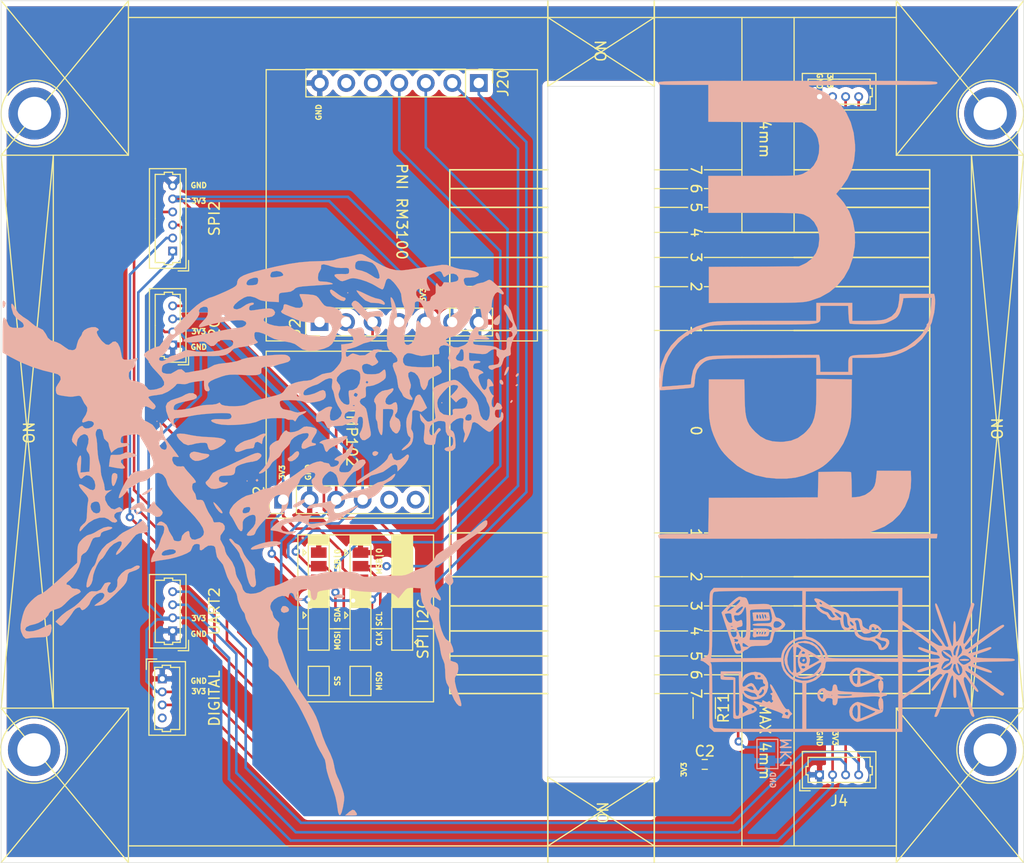
<source format=kicad_pcb>
(kicad_pcb (version 20171130) (host pcbnew "(5.1.2)-2")
  (layers (0 F.Cu signal) (31 B.Cu signal) (34 B.Paste user) (35 F.Paste user) (36 B.SilkS user) (37 F.SilkS user) (38 B.Mask user) (39 F.Mask user) (44 Edge.Cuts user))
  (net 0 "")
  (net 1 GND)
  (net 2 "Net-(C2-Pad2)")
  (net 3 3V3)
  (net 4 34)
  (net 5 27)
  (net 6 23)
  (net 7 22)
  (net 8 TX)
  (net 9 RX)
  (net 10 21)
  (net 11 19)
  (net 12 18)
  (net 13 2)
  (net 14 RM2MISO)
  (net 15 RM2MOSI)
  (net 16 RM2CLK)
  (net 17 RM2SS)
  (net 18 "Net-(J20-Pad6)")
  (net 19 "Net-(J20-Pad5)")
  (net 20 "Net-(J24-Pad4)")
  (net 21 RM2EN)
  (net 22 "Net-(J24-Pad2)")
  (net 23 "Net-(J24-Pad1)")
  (net 24 "Net-(J32-Pad6)")
  (net 25 "Net-(J32-Pad5)")
  (module L86:chuncho2 (layer B.Cu) (at 64.6 73.3 90)
    (fp_text reference G*** hide)
    (fp_text value LOGO hide)
  )
  (module L86:FCFM (layer B.Cu) (at 117 73 90)
    (fp_text reference G*** hide)
    (fp_text value LOGO hide)
  )
  (module Connectors:1pin (layer F.Cu) (at 42.21 105.11)
    (fp_text reference REF** hide)
    (fp_text value 1pin)
    (pad 1 thru_hole circle (at 0 0) (size 5 5) (drill 3.2) (layers *.Cu *.Mask))
  )
  (module Connectors:1pin (layer F.Cu) (at 42.26 44.11)
    (fp_text reference REF** hide)
    (fp_text value 1pin)
    (pad 1 thru_hole circle (at 0 0) (size 5 5) (drill 3.2) (layers *.Cu *.Mask))
  )
  (module Connectors:1pin (layer F.Cu) (at 133.86 105.11)
    (fp_text reference REF** hide)
    (fp_text value 1pin)
    (pad 1 thru_hole circle (at 0 0) (size 5 5) (drill 3.2) (layers *.Cu *.Mask))
  )
  (module Connectors:1pin (layer F.Cu) (at 133.86 44.11)
    (fp_text reference REF** hide)
    (fp_text value 1pin)
    (pad 1 thru_hole circle (at 0 0) (size 5 5) (drill 3.2) (layers *.Cu *.Mask))
  )
  (module Capacitors_SMD:C_0402 (layer F.Cu) (at 106.5 106.5)
    (fp_text reference C2 (at 0 -1.27) (layer F.SilkS))
    (fp_text value 1uF)
    (pad 2 smd rect (at 0.55 0) (size 0.6 0.5) (layers F.Cu F.Paste F.Mask) (net 2 "Net-(C2-Pad2)"))
    (pad 1 smd rect (at -0.55 0) (size 0.6 0.5) (layers F.Cu F.Paste F.Mask) (net 4 34))
  )
  (module Connectors_Molex:Molex_PicoBlade_53047-0410_04x1.25mm_Straight (layer F.Cu) (at 117.5 107.5)
    (fp_text reference J4 (at 1.875 2.5) (layer F.SilkS))
    (fp_text value Conn_01x04_Male)
    (pad 1 thru_hole rect (at 0 0) (size 0.85 0.85) (drill 0.5) (layers *.Cu *.Mask) (net 1 GND))
    (pad 2 thru_hole circle (at 1.25 0) (size 0.85 0.85) (drill 0.5) (layers *.Cu *.Mask) (net 3 3V3))
    (pad 3 thru_hole circle (at 2.5 0) (size 0.85 0.85) (drill 0.5) (layers *.Cu *.Mask) (net 9 RX))
    (pad 4 thru_hole circle (at 3.75 0) (size 0.85 0.85) (drill 0.5) (layers *.Cu *.Mask) (net 8 TX))
  )
  (module Connectors_Molex:Molex_PicoBlade_53047-0410_04x1.25mm_Straight (layer F.Cu) (at 117.5 42.5)
    (fp_text reference J5 (at 1.875 4) (layer F.SilkS))
    (fp_text value Conn_01x04_Male)
    (pad 1 thru_hole rect (at 0 0) (size 0.85 0.85) (drill 0.5) (layers *.Cu *.Mask) (net 1 GND))
    (pad 2 thru_hole circle (at 1.25 0) (size 0.85 0.85) (drill 0.5) (layers *.Cu *.Mask) (net 3 3V3))
    (pad 3 thru_hole circle (at 2.5 0) (size 0.85 0.85) (drill 0.5) (layers *.Cu *.Mask) (net 9 RX))
    (pad 4 thru_hole circle (at 3.75 0) (size 0.85 0.85) (drill 0.5) (layers *.Cu *.Mask) (net 8 TX))
  )
  (module Connectors_Molex:Molex_PicoBlade_53047-0410_04x1.25mm_Straight (layer F.Cu) (at 55.5 93.7 90)
    (fp_text reference UART2 (at 1.875 4 90) (layer F.SilkS))
    (fp_text value Conn_01x04_Male)
    (pad 4 thru_hole circle (at 3.75 0 90) (size 0.85 0.85) (drill 0.5) (layers *.Cu *.Mask) (net 8 TX))
    (pad 3 thru_hole circle (at 2.5 0 90) (size 0.85 0.85) (drill 0.5) (layers *.Cu *.Mask) (net 9 RX))
    (pad 2 thru_hole circle (at 1.25 0 90) (size 0.85 0.85) (drill 0.5) (layers *.Cu *.Mask) (net 3 3V3))
    (pad 1 thru_hole rect (at 0 0 90) (size 0.85 0.85) (drill 0.5) (layers *.Cu *.Mask) (net 1 GND))
  )
  (module Jumper:SolderJumper-2_P1.3mm_Open_Pad1.0x1.5mm (layer F.Cu) (at 73.5 98.5 270)
    (fp_text reference MISO (at 0 -1.8 90) (layer F.SilkS) (effects (font (size 0.5 0.5) (thickness 0.125))))
    (fp_text value Conn_01x02_Male)
    (pad 1 smd rect (at -0.65 0 270) (size 1 1.5) (layers F.Cu F.Mask) (net 14 RM2MISO))
    (pad 2 smd rect (at 0.65 0 270) (size 1 1.5) (layers F.Cu F.Mask) (net 11 19))
  )
  (module Jumper:SolderJumper-3_P1.3mm_Open_Pad1.0x1.5mm (layer F.Cu) (at 73.5 87.5 270)
    (fp_text reference 1|MSB|0 (at 0 -1.8 90) (layer F.SilkS) (effects (font (size 0.5 0.5) (thickness 0.125))))
    (fp_text value Conn_01x03_Male)
    (pad 3 smd rect (at 1.3 0 270) (size 1 1.5) (layers F.Cu F.Mask) (net 3 3V3))
    (pad 2 smd rect (at 0 0 270) (size 1 1.5) (layers F.Cu F.Mask) (net 14 RM2MISO))
    (pad 1 smd rect (at -1.3 0 270) (size 1 1.5) (layers F.Cu F.Mask) (net 1 GND))
  )
  (module Jumper:SolderJumper-3_P1.3mm_Open_Pad1.0x1.5mm (layer F.Cu) (at 69.5 93.5 270)
    (fp_text reference "MOSI| SDA" (at 0 -1.8 90) (layer F.SilkS) (effects (font (size 0.5 0.5) (thickness 0.125))))
    (fp_text value Conn_01x03_Male)
    (pad 1 smd rect (at -1.3 0 270) (size 1 1.5) (layers F.Cu F.Mask) (net 10 21))
    (pad 2 smd rect (at 0 0 270) (size 1 1.5) (layers F.Cu F.Mask) (net 15 RM2MOSI))
    (pad 3 smd rect (at 1.3 0 270) (size 1 1.5) (layers F.Cu F.Mask) (net 6 23))
  )
  (module Jumper:SolderJumper-3_P1.3mm_Open_Pad1.0x1.5mm (layer F.Cu) (at 73.5 93.5 270)
    (fp_text reference CLK|SCL (at 0 -1.8 90) (layer F.SilkS) (effects (font (size 0.5 0.5) (thickness 0.125))))
    (fp_text value Conn_01x03_Male)
    (pad 3 smd rect (at 1.3 0 270) (size 1 1.5) (layers F.Cu F.Mask) (net 12 18))
    (pad 2 smd rect (at 0 0 270) (size 1 1.5) (layers F.Cu F.Mask) (net 16 RM2CLK))
    (pad 1 smd rect (at -1.3 0 270) (size 1 1.5) (layers F.Cu F.Mask) (net 7 22))
  )
  (module Jumper:SolderJumper-2_P1.3mm_Open_Pad1.0x1.5mm (layer F.Cu) (at 69.5 98.5 270)
    (fp_text reference SS (at 0 -1.8 90) (layer F.SilkS) (effects (font (size 0.5 0.5) (thickness 0.125))))
    (fp_text value Conn_01x02_Male)
    (pad 1 smd rect (at -0.65 0 270) (size 1 1.5) (layers F.Cu F.Mask) (net 17 RM2SS))
    (pad 2 smd rect (at 0.65 0 270) (size 1 1.5) (layers F.Cu F.Mask) (net 13 2))
  )
  (module Pin_Headers:Pin_Header_Straight_1x07_Pitch2.54mm (layer F.Cu) (at 84.84 41.19 270)
    (fp_text reference J20 (at 0 -2.33 90) (layer F.SilkS))
    (fp_text value Conn_01x07_Female)
    (pad 7 thru_hole oval (at 0 15.24 270) (size 1.7 1.7) (drill 1) (layers *.Cu *.Mask) (net 1 GND))
    (pad 6 thru_hole oval (at 0 12.7 270) (size 1.7 1.7) (drill 1) (layers *.Cu *.Mask) (net 18 "Net-(J20-Pad6)"))
    (pad 5 thru_hole oval (at 0 10.16 270) (size 1.7 1.7) (drill 1) (layers *.Cu *.Mask) (net 19 "Net-(J20-Pad5)"))
    (pad 4 thru_hole oval (at 0 7.62 270) (size 1.7 1.7) (drill 1) (layers *.Cu *.Mask) (net 17 RM2SS))
    (pad 3 thru_hole oval (at 0 5.08 270) (size 1.7 1.7) (drill 1) (layers *.Cu *.Mask) (net 15 RM2MOSI))
    (pad 2 thru_hole oval (at 0 2.54 270) (size 1.7 1.7) (drill 1) (layers *.Cu *.Mask) (net 14 RM2MISO))
    (pad 1 thru_hole rect (at 0 0 270) (size 1.7 1.7) (drill 1) (layers *.Cu *.Mask) (net 16 RM2CLK))
  )
  (module Jumper:SolderJumper-3_P1.3mm_Open_Pad1.0x1.5mm (layer F.Cu) (at 69.5 87.5 270)
    (fp_text reference 1|LSB|0 (at 0 -1.8 90) (layer F.SilkS) (effects (font (size 0.5 0.5) (thickness 0.125))))
    (fp_text value Conn_01x03_Male)
    (pad 3 smd rect (at 1.3 0 270) (size 1 1.5) (layers F.Cu F.Mask) (net 3 3V3))
    (pad 2 smd rect (at 0 0 270) (size 1 1.5) (layers F.Cu F.Mask) (net 17 RM2SS))
    (pad 1 smd rect (at -1.3 0 270) (size 1 1.5) (layers F.Cu F.Mask) (net 1 GND))
  )
  (module Pin_Headers:Pin_Header_Straight_1x07_Pitch2.54mm (layer F.Cu) (at 69.58 64.1 90)
    (fp_text reference J24 (at 0 -2.33 90) (layer F.SilkS))
    (fp_text value Conn_01x07_Female)
    (pad 7 thru_hole oval (at 0 15.24 90) (size 1.7 1.7) (drill 1) (layers *.Cu *.Mask) (net 1 GND))
    (pad 6 thru_hole oval (at 0 12.7 90) (size 1.7 1.7) (drill 1) (layers *.Cu *.Mask) (net 3 3V3))
    (pad 5 thru_hole oval (at 0 10.16 90) (size 1.7 1.7) (drill 1) (layers *.Cu *.Mask) (net 3 3V3))
    (pad 4 thru_hole oval (at 0 7.62 90) (size 1.7 1.7) (drill 1) (layers *.Cu *.Mask) (net 20 "Net-(J24-Pad4)"))
    (pad 3 thru_hole oval (at 0 5.08 90) (size 1.7 1.7) (drill 1) (layers *.Cu *.Mask) (net 21 RM2EN))
    (pad 2 thru_hole oval (at 0 2.54 90) (size 1.7 1.7) (drill 1) (layers *.Cu *.Mask) (net 22 "Net-(J24-Pad2)"))
    (pad 1 thru_hole rect (at 0 0 90) (size 1.7 1.7) (drill 1) (layers *.Cu *.Mask) (net 23 "Net-(J24-Pad1)"))
  )
  (module Jumper:SolderJumper-3_P1.3mm_Open_Pad1.0x1.5mm (layer F.Cu) (at 77.5 93.5 90)
    (fp_text reference SPI|I2C (at 0 2 90) (layer F.SilkS))
    (fp_text value Conn_01x03_Male)
    (pad 1 smd rect (at -1.3 0 90) (size 1 1.5) (layers F.Cu F.Mask) (net 1 GND))
    (pad 2 smd rect (at 0 0 90) (size 1 1.5) (layers F.Cu F.Mask) (net 21 RM2EN))
    (pad 3 smd rect (at 1.3 0 90) (size 1 1.5) (layers F.Cu F.Mask) (net 3 3V3))
  )
  (module Connectors_Molex:Molex_PicoBlade_53047-0610_06x1.25mm_Straight (layer F.Cu) (at 55.5 57.3 90)
    (fp_text reference SPI2 (at 3.125 4 90) (layer F.SilkS))
    (fp_text value Conn_01x06_Male)
    (pad 1 thru_hole rect (at 0 0 90) (size 0.85 0.85) (drill 0.5) (layers *.Cu *.Mask) (net 12 18))
    (pad 2 thru_hole circle (at 1.25 0 90) (size 0.85 0.85) (drill 0.5) (layers *.Cu *.Mask) (net 11 19))
    (pad 3 thru_hole circle (at 2.5 0 90) (size 0.85 0.85) (drill 0.5) (layers *.Cu *.Mask) (net 6 23))
    (pad 4 thru_hole circle (at 3.75 0 90) (size 0.85 0.85) (drill 0.5) (layers *.Cu *.Mask) (net 13 2))
    (pad 5 thru_hole circle (at 5 0 90) (size 0.85 0.85) (drill 0.5) (layers *.Cu *.Mask) (net 3 3V3))
    (pad 6 thru_hole circle (at 6.25 0 90) (size 0.85 0.85) (drill 0.5) (layers *.Cu *.Mask) (net 1 GND))
  )
  (module Pin_Headers:Pin_Header_Straight_1x06_Pitch2.54mm (layer F.Cu) (at 66.09 81.13 90)
    (fp_text reference J32 (at 0 -2.33 90) (layer F.SilkS))
    (fp_text value Conn_01x06_Female)
    (pad 6 thru_hole oval (at 0 12.7 90) (size 1.7 1.7) (drill 1) (layers *.Cu *.Mask) (net 24 "Net-(J32-Pad6)"))
    (pad 5 thru_hole oval (at 0 10.16 90) (size 1.7 1.7) (drill 1) (layers *.Cu *.Mask) (net 25 "Net-(J32-Pad5)"))
    (pad 4 thru_hole oval (at 0 7.62 90) (size 1.7 1.7) (drill 1) (layers *.Cu *.Mask) (net 7 22))
    (pad 3 thru_hole oval (at 0 5.08 90) (size 1.7 1.7) (drill 1) (layers *.Cu *.Mask) (net 10 21))
    (pad 2 thru_hole oval (at 0 2.54 90) (size 1.7 1.7) (drill 1) (layers *.Cu *.Mask) (net 1 GND))
    (pad 1 thru_hole rect (at 0 0 90) (size 1.7 1.7) (drill 1) (layers *.Cu *.Mask) (net 3 3V3))
  )
  (module Connectors_Molex:Molex_PicoBlade_53047-0410_04x1.25mm_Straight (layer F.Cu) (at 55.5 66.3 90)
    (fp_text reference I2C1 (at 1.875 4 90) (layer F.SilkS))
    (fp_text value Conn_01x04_Male)
    (pad 4 thru_hole circle (at 3.75 0 90) (size 0.85 0.85) (drill 0.5) (layers *.Cu *.Mask) (net 10 21))
    (pad 3 thru_hole circle (at 2.5 0 90) (size 0.85 0.85) (drill 0.5) (layers *.Cu *.Mask) (net 7 22))
    (pad 2 thru_hole circle (at 1.25 0 90) (size 0.85 0.85) (drill 0.5) (layers *.Cu *.Mask) (net 3 3V3))
    (pad 1 thru_hole rect (at 0 0 90) (size 0.85 0.85) (drill 0.5) (layers *.Cu *.Mask) (net 1 GND))
  )
  (module Jumper:SolderJumper-2_P1.3mm_Open_Pad1.0x1.5mm (layer B.Cu) (at 112.5 105.5 90)
    (fp_text reference MK1 (at 0 1.8 -90) (layer B.SilkS) (effects (justify mirror)))
    (fp_text value Microphone_Condenser)
    (pad 2 smd rect (at 0.65 0 90) (size 1 1.5) (layers B.Cu B.Mask) (net 2 "Net-(C2-Pad2)"))
    (pad 1 smd rect (at -0.65 0 90) (size 1 1.5) (layers B.Cu B.Mask) (net 1 GND))
  )
  (module Resistors_SMD:R_1206_HandSoldering (layer F.Cu) (at 106.45 101.1 270)
    (fp_text reference R11 (at 0 -1.85 90) (layer F.SilkS))
    (fp_text value 2K2R)
    (pad 2 smd rect (at 2 0 270) (size 2 1.7) (layers F.Cu F.Paste F.Mask) (net 3 3V3))
    (pad 1 smd rect (at -2 0 270) (size 2 1.7) (layers F.Cu F.Paste F.Mask) (net 2 "Net-(C2-Pad2)"))
  )
  (module Connectors_Molex:Molex_PicoBlade_53047-0410_04x1.25mm_Straight (layer F.Cu) (at 54.5 98.3 270)
    (fp_text reference DIGITAL (at 1.875 -5 90) (layer F.SilkS))
    (fp_text value Conn_01x04_Male)
    (pad 1 thru_hole rect (at 0 0 270) (size 0.85 0.85) (drill 0.5) (layers *.Cu *.Mask) (net 1 GND))
    (pad 2 thru_hole circle (at 1.25 0 270) (size 0.85 0.85) (drill 0.5) (layers *.Cu *.Mask) (net 3 3V3))
    (pad 3 thru_hole circle (at 2.5 0 270) (size 0.85 0.85) (drill 0.5) (layers *.Cu *.Mask) (net 4 34))
    (pad 4 thru_hole circle (at 3.75 0 270) (size 0.85 0.85) (drill 0.5) (layers *.Cu *.Mask) (net 5 27))
  )
  (gr_text 3V3 (at 118.5 41 270) (layer F.SilkS) (effects (font (size 0.5 0.5) (thickness 0.125))))
  (gr_text 3V3 (at 119 104 270) (layer F.SilkS) (effects (font (size 0.5 0.5) (thickness 0.125))))
  (gr_text 3V3 (at 104.5 107 90) (layer F.SilkS) (effects (font (size 0.5 0.5) (thickness 0.125))))
  (gr_text 3V3 (at 66 78.5 90) (layer F.SilkS) (effects (font (size 0.5 0.5) (thickness 0.125))))
  (gr_text 3V3 (at 79.5 61.5 90) (layer F.SilkS) (effects (font (size 0.5 0.5) (thickness 0.125))))
  (gr_text 3V3 (at 82 61.5 90) (layer F.SilkS) (effects (font (size 0.5 0.5) (thickness 0.125))))
  (gr_text 3V3 (at 58 52.5) (layer F.SilkS) (effects (font (size 0.5 0.5) (thickness 0.125))))
  (gr_text 3V3 (at 58 65) (layer F.SilkS) (effects (font (size 0.5 0.5) (thickness 0.125))))
  (gr_text 3V3 (at 58 92.5) (layer F.SilkS) (effects (font (size 0.5 0.5) (thickness 0.125))))
  (gr_text 3V3 (at 58 99.5) (layer F.SilkS) (effects (font (size 0.5 0.5) (thickness 0.125))))
  (gr_text GND (at 113 108 270) (layer B.SilkS) (effects (font (size 0.5 0.5) (thickness 0.125)) (justify mirror)))
  (gr_text GND (at 68.5 78.5 90) (layer F.SilkS) (effects (font (size 0.5 0.5) (thickness 0.125))))
  (gr_text GND (at 117.5 104 270) (layer F.SilkS) (effects (font (size 0.5 0.5) (thickness 0.125))))
  (gr_text GND (at 117.5 41 270) (layer F.SilkS) (effects (font (size 0.5 0.5) (thickness 0.125))))
  (gr_text GND (at 84.5 61.5 90) (layer F.SilkS) (effects (font (size 0.5 0.5) (thickness 0.125))))
  (gr_text GND (at 69.5 44 90) (layer F.SilkS) (effects (font (size 0.5 0.5) (thickness 0.125))))
  (gr_text GND (at 58 51) (layer F.SilkS) (effects (font (size 0.5 0.5) (thickness 0.125))))
  (gr_text GND (at 58 66.5) (layer F.SilkS) (effects (font (size 0.5 0.5) (thickness 0.125))))
  (gr_text GND (at 58 94) (layer F.SilkS) (effects (font (size 0.5 0.5) (thickness 0.125))))
  (gr_text GND (at 58 98.5) (layer F.SilkS) (effects (font (size 0.5 0.5) (thickness 0.125))))
  (gr_poly (pts (xy 76.5 91.45) (xy 78.5 91.45) (xy 78.5 84.5) (xy 76.5 84.5)) (layer F.SilkS) (width 0.1))
  (gr_poly (pts (xy 72.5 85.45) (xy 72.5 84.5) (xy 74.5 84.5) (xy 74.5 85.5)) (layer F.SilkS) (width 0.1))
  (gr_poly (pts (xy 70.5 85.45) (xy 70.5 84.5) (xy 68.5 84.5) (xy 68.5 85.45)) (layer F.SilkS) (width 0.1))
  (gr_poly (pts (xy 70.5 89.5) (xy 70.5 91.45) (xy 68.5 91.45) (xy 68.5 89.55)) (layer F.SilkS) (width 0.1))
  (gr_poly (pts (xy 74.5 89.55) (xy 74.5 91.45) (xy 72.5 91.45) (xy 72.5 89.5) (xy 72.5 89.55)) (layer F.SilkS) (width 0.1))
  (gr_line (start 68.5 93.5) (end 67.5 93.5) (layer F.SilkS) (width 0.12))
  (gr_line (start 72.5 93.5) (end 70.5 93.5) (layer F.SilkS) (width 0.12))
  (gr_line (start 76.5 93.5) (end 74.5 93.5) (layer F.SilkS) (width 0.12))
  (gr_line (start 80.5 93.5) (end 78.5 93.5) (layer F.SilkS) (width 0.12))
  (gr_line (start 80.5 84.5) (end 80.5 93.5) (layer F.SilkS) (width 0.12))
  (gr_line (start 67.5 84.5) (end 80.5 84.5) (layer F.SilkS) (width 0.12))
  (gr_line (start 67.5 100.5) (end 67.5 84.5) (layer F.SilkS) (width 0.12))
  (gr_line (start 80.5 100.5) (end 67.5 100.5) (layer F.SilkS) (width 0.12))
  (gr_line (start 80.5 93.5) (end 80.5 100.5) (layer F.SilkS) (width 0.12))
  (gr_text "TMP102\n" (at 72.66 75.1 270) (layer F.SilkS) (effects (font (size 1 1))))
  (gr_line (start 80.46 82.9) (end 64.46 82.9) (layer F.SilkS) (width 0.12))
  (gr_line (start 64.46 66.9) (end 64.46 82.9) (layer F.SilkS) (width 0.12))
  (gr_line (start 80.46 66.9) (end 80.46 82.9) (layer F.SilkS) (width 0.12))
  (gr_line (start 80.46 66.9) (end 64.46 66.9) (layer F.SilkS) (width 0.12))
  (gr_line (start 64.46 39.91) (end 64.46 65.91) (layer F.SilkS) (width 0.12))
  (gr_line (start 90.46 39.91) (end 64.46 39.91) (layer F.SilkS) (width 0.12))
  (gr_line (start 90.46 65.91) (end 64.46 65.91) (layer F.SilkS) (width 0.12))
  (gr_line (start 90.46 64.91) (end 90.46 65.91) (layer F.SilkS) (width 0.12))
  (gr_line (start 90.46 39.91) (end 90.46 64.91) (layer F.SilkS) (width 0.12))
  (gr_text "PNI RM3100\n" (at 77.46 53.51 270) (layer F.SilkS) (effects (font (size 1 1))))
  (gr_line (start 51.26 34.91) (end 124.86 34.91) (layer F.SilkS) (width 0.12))
  (gr_line (start 51.26 114.31) (end 124.86 114.31) (layer F.SilkS) (width 0.12))
  (gr_line (start 132.06 48.1) (end 132.06 101.11) (layer F.SilkS) (width 0.12))
  (gr_line (start 137.06 101.11) (end 132.06 48.1) (layer F.SilkS) (width 0.12))
  (gr_line (start 137.06 48.11) (end 132.06 101.11) (layer F.SilkS) (width 0.12))
  (gr_line (start 44.06 101.11) (end 44.06 48.11) (layer F.SilkS) (width 0.12))
  (gr_line (start 39.06 48.11) (end 44.06 101.11) (layer F.SilkS) (width 0.12))
  (gr_line (start 39.06 101.11) (end 44.06 48.11) (layer F.SilkS) (width 0.12))
  (gr_line (start 137.06 48.11) (end 124.86 33.31) (layer F.SilkS) (width 0.12))
  (gr_line (start 137.06 33.31) (end 124.86 48.11) (layer F.SilkS) (width 0.12))
  (gr_line (start 137.06 101.11) (end 124.86 115.9) (layer F.SilkS) (width 0.12))
  (gr_line (start 137.06 115.91) (end 124.86 101.11) (layer F.SilkS) (width 0.12))
  (gr_line (start 51.26 115.91) (end 39.06 101.11) (layer F.SilkS) (width 0.12))
  (gr_line (start 39.06 115.91) (end 51.26 101.11) (layer F.SilkS) (width 0.12))
  (gr_line (start 39.06 48.11) (end 51.26 33.31) (layer F.SilkS) (width 0.12))
  (gr_line (start 51.26 48.11) (end 39.06 33.31) (layer F.SilkS) (width 0.12))
  (gr_line (start 51.26 101.11) (end 39.06 101.11) (layer F.SilkS) (width 0.12))
  (gr_line (start 51.26 115.91) (end 51.26 101.11) (layer F.SilkS) (width 0.12))
  (gr_line (start 124.86 101.11) (end 137.06 101.11) (layer F.SilkS) (width 0.12))
  (gr_line (start 124.86 115.9) (end 124.86 101.11) (layer F.SilkS) (width 0.12))
  (gr_line (start 124.86 48.11) (end 137.06 48.11) (layer F.SilkS) (width 0.12))
  (gr_line (start 124.86 33.31) (end 124.86 48.11) (layer F.SilkS) (width 0.12))
  (gr_line (start 51.26 48.11) (end 39.06 48.11) (layer F.SilkS) (width 0.12))
  (gr_line (start 51.26 33.31) (end 51.26 48.11) (layer F.SilkS) (width 0.12))
  (gr_line (start 137.06 115.91) (end 39.06 115.91) (layer Edge.Cuts) (width 0.05))
  (gr_line (start 82.06 84.31) (end 91.46 84.31) (layer F.SilkS) (width 0.15))
  (gr_line (start 115.06 84.31) (end 128.06 84.31) (layer F.SilkS) (width 0.15))
  (gr_line (start 82.06 99.71) (end 91.46 99.71) (layer F.SilkS) (width 0.15))
  (gr_line (start 115.06 49.51) (end 128.06 49.51) (layer F.SilkS) (width 0.15))
  (gr_line (start 137.06 33.31) (end 137.06 115.91) (layer Edge.Cuts) (width 0.05))
  (gr_line (start 82.06 64.91) (end 91.46 64.91) (layer F.SilkS) (width 0.15))
  (gr_line (start 115.06 99.71) (end 128.06 99.71) (layer F.SilkS) (width 0.15))
  (gr_line (start 82.06 49.51) (end 91.46 49.51) (layer F.SilkS) (width 0.15))
  (gr_line (start 137.06 33.31) (end 39.06 33.31) (layer Edge.Cuts) (width 0.05))
  (gr_line (start 101.66 107.71) (end 101.66 115.91) (layer F.SilkS) (width 0.15))
  (gr_line (start 91.46 41.51) (end 91.46 33.31) (layer F.SilkS) (width 0.15))
  (gr_line (start 115.06 64.91) (end 128.06 64.91) (layer F.SilkS) (width 0.15))
  (gr_line (start 39.06 115.91) (end 39.06 33.31) (layer Edge.Cuts) (width 0.05))
  (gr_line (start 101.66 41.51) (end 101.66 33.31) (layer F.SilkS) (width 0.15))
  (gr_line (start 91.46 107.71) (end 91.46 115.91) (layer F.SilkS) (width 0.15))
  (gr_line (start 101.66 99.71) (end 104.86 99.71) (layer F.SilkS) (width 0.12))
  (gr_line (start 110.06 88.51) (end 115.06 88.51) (layer F.SilkS) (width 0.12))
  (gr_line (start 115.06 55.51) (end 115.06 34.91) (layer F.SilkS) (width 0.12))
  (gr_line (start 110.06 55.51) (end 110.06 34.91) (layer F.SilkS) (width 0.12))
  (gr_line (start 110.06 93.71) (end 110.06 114.31) (layer F.SilkS) (width 0.12))
  (gr_line (start 101.66 41.51) (end 91.46 34.91) (layer F.SilkS) (width 0.12))
  (gr_line (start 91.46 41.51) (end 101.66 34.91) (layer F.SilkS) (width 0.12))
  (gr_line (start 91.46 107.71) (end 101.66 114.31) (layer F.SilkS) (width 0.12))
  (gr_line (start 101.66 107.71) (end 91.46 114.31) (layer F.SilkS) (width 0.12))
  (gr_line (start 115.06 93.71) (end 115.06 114.31) (layer F.SilkS) (width 0.12))
  (gr_line (start 110.06 64.91) (end 115.06 64.91) (layer F.SilkS) (width 0.12))
  (gr_line (start 110.06 60.71) (end 115.06 60.71) (layer F.SilkS) (width 0.12))
  (gr_line (start 110.06 57.91) (end 115.06 57.91) (layer F.SilkS) (width 0.12))
  (gr_line (start 110.06 84.31) (end 115.06 84.31) (layer F.SilkS) (width 0.12))
  (gr_line (start 110.06 93.71) (end 106.46 93.71) (layer F.SilkS) (width 0.12))
  (gr_line (start 110.06 99.71) (end 106.46 99.71) (layer F.SilkS) (width 0.12))
  (gr_line (start 110.06 97.91) (end 106.46 97.91) (layer F.SilkS) (width 0.12))
  (gr_line (start 110.06 96.11) (end 106.46 96.11) (layer F.SilkS) (width 0.12))
  (gr_line (start 101.66 96.11) (end 104.86 96.11) (layer F.SilkS) (width 0.12))
  (gr_line (start 110.06 91.31) (end 115.06 91.31) (layer F.SilkS) (width 0.12))
  (gr_line (start 101.66 97.91) (end 104.86 97.91) (layer F.SilkS) (width 0.12))
  (gr_text "MAX 4mm\n" (at 112.26 104.31 270) (layer F.SilkS) (effects (font (size 1 1))))
  (gr_text 2 (at 105.66 60.71 270) (layer F.SilkS) (effects (font (size 1 1))))
  (gr_text 2 (at 105.66 88.51 270) (layer F.SilkS) (effects (font (size 1 1))))
  (gr_text 0 (at 105.66 74.51 270) (layer F.SilkS) (effects (font (size 1 1))))
  (gr_text NO (at 41.66 74.71 270) (layer F.SilkS) (effects (font (size 1 1))))
  (gr_text 6 (at 105.66 51.31 270) (layer F.SilkS) (effects (font (size 1 1))))
  (gr_text 1 (at 105.66 64.91 270) (layer F.SilkS) (effects (font (size 1 1))))
  (gr_text 5 (at 105.66 96.11 270) (layer F.SilkS) (effects (font (size 1 1))))
  (gr_text "MAX 4mm\n" (at 112.26 44.71 270) (layer F.SilkS) (effects (font (size 1 1))))
  (gr_text 7 (at 105.66 99.71 270) (layer F.SilkS) (effects (font (size 1 1))))
  (gr_text 1 (at 105.66 84.31 270) (layer F.SilkS) (effects (font (size 1 1))))
  (gr_text NO (at 96.66 111.11 270) (layer F.SilkS) (effects (font (size 1 1))))
  (gr_text NO (at 96.46 38.11 270) (layer F.SilkS) (effects (font (size 1 1))))
  (gr_text 4 (at 105.66 93.71 270) (layer F.SilkS) (effects (font (size 1 1))))
  (gr_text 6 (at 105.66 97.91 270) (layer F.SilkS) (effects (font (size 1 1))))
  (gr_text 4 (at 105.66 55.51 270) (layer F.SilkS) (effects (font (size 1 1))))
  (gr_text 7 (at 105.66 49.51 270) (layer F.SilkS) (effects (font (size 1 1))))
  (gr_text 3 (at 105.66 57.91 270) (layer F.SilkS) (effects (font (size 1 1))))
  (gr_text NO (at 134.46 74.31 270) (layer F.SilkS) (effects (font (size 1 1))))
  (gr_text 5 (at 105.66 53.11 270) (layer F.SilkS) (effects (font (size 1 1))))
  (gr_text 3 (at 105.66 91.31 270) (layer F.SilkS) (effects (font (size 1 1))))
  (gr_line (start 101.66 41.51) (end 101.66 107.71) (layer Edge.Cuts) (width 0.05))
  (gr_line (start 91.46 41.51) (end 101.66 41.51) (layer Edge.Cuts) (width 0.05))
  (gr_line (start 91.46 107.71) (end 91.46 41.51) (layer Edge.Cuts) (width 0.05))
  (gr_line (start 101.66 107.71) (end 91.46 107.71) (layer Edge.Cuts) (width 0.05))
  (gr_line (start 82.06 97.91) (end 91.46 97.91) (layer F.SilkS) (width 0.15))
  (gr_line (start 110.06 49.51) (end 106.46 49.51) (layer F.SilkS) (width 0.12))
  (gr_line (start 101.66 93.71) (end 104.86 93.71) (layer F.SilkS) (width 0.12))
  (gr_line (start 101.66 64.91) (end 104.86 64.91) (layer F.SilkS) (width 0.12))
  (gr_line (start 101.66 51.31) (end 104.86 51.31) (layer F.SilkS) (width 0.12))
  (gr_line (start 106.46 53.11) (end 110.06 53.11) (layer F.SilkS) (width 0.12))
  (gr_line (start 110.06 60.71) (end 106.46 60.71) (layer F.SilkS) (width 0.12))
  (gr_line (start 104.86 57.91) (end 101.66 57.91) (layer F.SilkS) (width 0.12))
  (gr_line (start 110.06 84.31) (end 106.46 84.31) (layer F.SilkS) (width 0.12))
  (gr_line (start 106.46 55.51) (end 110.06 55.51) (layer F.SilkS) (width 0.12))
  (gr_line (start 115.06 93.71) (end 128.06 93.71) (layer F.SilkS) (width 0.15))
  (gr_line (start 82.06 91.31) (end 91.46 91.31) (layer F.SilkS) (width 0.15))
  (gr_line (start 115.06 55.51) (end 128.06 55.51) (layer F.SilkS) (width 0.15))
  (gr_line (start 115.06 53.11) (end 128.06 53.11) (layer F.SilkS) (width 0.15))
  (gr_line (start 115.06 93.71) (end 110.06 93.71) (layer F.SilkS) (width 0.15))
  (gr_line (start 82.06 99.71) (end 82.06 49.51) (layer F.SilkS) (width 0.15))
  (gr_line (start 110.06 57.91) (end 106.46 57.91) (layer F.SilkS) (width 0.12))
  (gr_line (start 101.66 49.51) (end 104.86 49.51) (layer F.SilkS) (width 0.12))
  (gr_line (start 106.46 51.31) (end 110.06 51.31) (layer F.SilkS) (width 0.12))
  (gr_line (start 104.86 55.51) (end 101.66 55.51) (layer F.SilkS) (width 0.12))
  (gr_line (start 110.06 64.91) (end 106.46 64.91) (layer F.SilkS) (width 0.12))
  (gr_line (start 110.06 91.31) (end 106.46 91.31) (layer F.SilkS) (width 0.12))
  (gr_line (start 104.86 53.11) (end 101.66 53.11) (layer F.SilkS) (width 0.12))
  (gr_line (start 110.06 88.51) (end 106.46 88.51) (layer F.SilkS) (width 0.12))
  (gr_line (start 101.66 60.71) (end 104.86 60.71) (layer F.SilkS) (width 0.12))
  (gr_line (start 101.66 91.31) (end 104.86 91.31) (layer F.SilkS) (width 0.12))
  (gr_line (start 101.66 84.31) (end 104.86 84.31) (layer F.SilkS) (width 0.12))
  (gr_line (start 115.06 91.31) (end 128.06 91.31) (layer F.SilkS) (width 0.15))
  (gr_line (start 82.06 60.71) (end 91.46 60.71) (layer F.SilkS) (width 0.15))
  (gr_line (start 82.06 57.91) (end 91.46 57.91) (layer F.SilkS) (width 0.15))
  (gr_line (start 82.06 55.51) (end 91.46 55.51) (layer F.SilkS) (width 0.15))
  (gr_line (start 115.06 97.91) (end 128.06 97.91) (layer F.SilkS) (width 0.15))
  (gr_line (start 101.66 88.51) (end 104.86 88.51) (layer F.SilkS) (width 0.12))
  (gr_line (start 82.06 88.51) (end 91.46 88.51) (layer F.SilkS) (width 0.15))
  (gr_line (start 115.06 88.51) (end 128.06 88.51) (layer F.SilkS) (width 0.15))
  (gr_line (start 115.06 60.71) (end 128.06 60.71) (layer F.SilkS) (width 0.15))
  (gr_line (start 115.06 57.91) (end 128.06 57.91) (layer F.SilkS) (width 0.15))
  (gr_line (start 82.06 93.71) (end 91.46 93.71) (layer F.SilkS) (width 0.15))
  (gr_line (start 115.06 55.51) (end 110.06 55.51) (layer F.SilkS) (width 0.15))
  (gr_line (start 115.06 96.11) (end 128.06 96.11) (layer F.SilkS) (width 0.15))
  (gr_line (start 115.06 51.31) (end 128.06 51.31) (layer F.SilkS) (width 0.15))
  (gr_line (start 91.46 96.11) (end 82.06 96.11) (layer F.SilkS) (width 0.15))
  (gr_line (start 82.06 53.11) (end 91.46 53.11) (layer F.SilkS) (width 0.15))
  (gr_line (start 82.06 51.31) (end 91.46 51.31) (layer F.SilkS) (width 0.15))
  (gr_line (start 128.06 49.51) (end 128.06 99.71) (layer F.SilkS) (width 0.15))
  (via (at 109.75 104.3) (size 0.8) (drill 0.4) (layers F.Cu B.Cu) (net 2))
  (segment (start 110.3 104.85) (end 112.5 104.85) (width 0.25) (layer B.Cu) (net 2))
  (segment (start 109.75 104.3) (end 110.3 104.85) (width 0.25) (layer B.Cu) (net 2))
  (segment (start 109.7 104.25) (end 109.75 104.3) (width 0.25) (layer F.Cu) (net 2))
  (segment (start 109.7 100.2) (end 109.7 104.25) (width 0.25) (layer F.Cu) (net 2))
  (segment (start 106.45 99.1) (end 108.6 99.1) (width 0.25) (layer F.Cu) (net 2))
  (segment (start 108.6 99.1) (end 109.7 100.2) (width 0.25) (layer F.Cu) (net 2))
  (segment (start 106.8 99.1) (end 106.45 99.1) (width 0.25) (layer F.Cu) (net 2))
  (segment (start 108.4 100.7) (end 106.8 99.1) (width 0.25) (layer F.Cu) (net 2))
  (segment (start 108.4 105.7) (end 108.4 105.3) (width 0.25) (layer F.Cu) (net 2))
  (segment (start 107.6 106.5) (end 108.4 105.7) (width 0.25) (layer F.Cu) (net 2))
  (segment (start 107.05 106.5) (end 107.6 106.5) (width 0.25) (layer F.Cu) (net 2))
  (segment (start 108.4 105.5) (end 108.4 105.3) (width 0.25) (layer F.Cu) (net 2))
  (segment (start 108.4 105.3) (end 108.4 100.7) (width 0.25) (layer F.Cu) (net 2))
  (segment (start 118.75 108.55) (end 118.75 107.5) (width 0.25) (layer B.Cu) (net 3))
  (segment (start 117.5 109.8) (end 118.75 108.55) (width 0.25) (layer B.Cu) (net 3))
  (segment (start 66.09 82.23) (end 66.09 81.13) (width 0.25) (layer F.Cu) (net 3))
  (segment (start 79.74 61.74) (end 79.74 64.1) (width 0.25) (layer B.Cu) (net 3))
  (segment (start 74.5 56.5) (end 79.74 61.74) (width 0.25) (layer B.Cu) (net 3))
  (segment (start 82.28 62.08) (end 82.28 64.1) (width 0.25) (layer B.Cu) (net 3))
  (segment (start 76.3 56.1) (end 82.28 62.08) (width 0.25) (layer B.Cu) (net 3))
  (segment (start 66.09 81.13) (end 66.09 81.31) (width 0.25) (layer F.Cu) (net 3))
  (segment (start 67.5 88.8) (end 69.5 88.8) (width 0.25) (layer F.Cu) (net 3))
  (segment (start 65 86.3) (end 67.5 88.8) (width 0.25) (layer F.Cu) (net 3))
  (segment (start 54 99.55) (end 54.5 99.55) (width 0.25) (layer B.Cu) (net 3))
  (segment (start 53 98.55) (end 54 99.55) (width 0.25) (layer B.Cu) (net 3))
  (segment (start 53 93.6) (end 53 98.55) (width 0.25) (layer B.Cu) (net 3))
  (segment (start 54 92.6) (end 53 93.6) (width 0.25) (layer B.Cu) (net 3))
  (segment (start 55.5 92.45) (end 55.35 92.6) (width 0.25) (layer B.Cu) (net 3))
  (segment (start 55.35 92.6) (end 54 92.6) (width 0.25) (layer B.Cu) (net 3))
  (segment (start 58.4 64.9) (end 66.09 72.59) (width 0.25) (layer B.Cu) (net 3))
  (segment (start 55.5 65.05) (end 55.65 64.9) (width 0.25) (layer B.Cu) (net 3))
  (segment (start 55.65 64.9) (end 58.4 64.9) (width 0.25) (layer B.Cu) (net 3))
  (segment (start 56.3 52.3) (end 55.5 52.3) (width 0.25) (layer F.Cu) (net 3))
  (segment (start 54.75 65.05) (end 53.8 64.1) (width 0.25) (layer F.Cu) (net 3))
  (segment (start 53.8 64.1) (end 53.8 62.3) (width 0.25) (layer F.Cu) (net 3))
  (segment (start 53.8 62.3) (end 58 58.1) (width 0.25) (layer F.Cu) (net 3))
  (segment (start 55.5 65.05) (end 54.75 65.05) (width 0.25) (layer F.Cu) (net 3))
  (segment (start 58 58.1) (end 58 54) (width 0.25) (layer F.Cu) (net 3))
  (segment (start 58 54) (end 56.3 52.3) (width 0.25) (layer F.Cu) (net 3))
  (segment (start 54.89896 92.45) (end 55.5 92.45) (width 0.25) (layer B.Cu) (net 3))
  (segment (start 54.5 92.45) (end 54.89896 92.45) (width 0.25) (layer B.Cu) (net 3))
  (segment (start 56.10104 65.05) (end 58.2 67.14896) (width 0.25) (layer B.Cu) (net 3))
  (segment (start 55.5 65.05) (end 56.10104 65.05) (width 0.25) (layer B.Cu) (net 3))
  (segment (start 58.2 67.14896) (end 58.2 71.1) (width 0.25) (layer B.Cu) (net 3))
  (segment (start 58.2 71.1) (end 53.2 76.1) (width 0.25) (layer B.Cu) (net 3))
  (segment (start 53.2 76.1) (end 53.2 91.15) (width 0.25) (layer B.Cu) (net 3))
  (segment (start 53.2 91.15) (end 54.5 92.45) (width 0.25) (layer B.Cu) (net 3))
  (segment (start 118.75 42.5) (end 118.75 107.5) (width 0.25) (layer F.Cu) (net 3))
  (segment (start 113.5 113.8) (end 117.6 109.7) (width 0.25) (layer B.Cu) (net 3))
  (segment (start 66.8 113.8) (end 113.5 113.8) (width 0.25) (layer B.Cu) (net 3))
  (segment (start 60.9 107.9) (end 66.8 113.8) (width 0.25) (layer B.Cu) (net 3))
  (segment (start 60.9 96.3) (end 60.9 107.9) (width 0.25) (layer B.Cu) (net 3))
  (segment (start 55.5 92.45) (end 57.05 92.45) (width 0.25) (layer B.Cu) (net 3))
  (segment (start 57.05 92.45) (end 60.9 96.3) (width 0.25) (layer B.Cu) (net 3))
  (segment (start 106.45 104.55) (end 106.45 103.1) (width 0.25) (layer F.Cu) (net 3))
  (segment (start 101.2 109.8) (end 106.45 104.55) (width 0.25) (layer F.Cu) (net 3))
  (segment (start 68.7 109.8) (end 101.2 109.8) (width 0.25) (layer F.Cu) (net 3))
  (segment (start 54.5 99.55) (end 58.45 99.55) (width 0.25) (layer F.Cu) (net 3))
  (segment (start 58.45 99.55) (end 68.7 109.8) (width 0.25) (layer F.Cu) (net 3))
  (segment (start 70.5 52.5) (end 74.5 56.5) (width 0.25) (layer B.Cu) (net 3))
  (segment (start 55.5 52.3) (end 55.7 52.5) (width 0.25) (layer B.Cu) (net 3))
  (segment (start 55.7 52.5) (end 70.5 52.5) (width 0.25) (layer B.Cu) (net 3))
  (segment (start 72.3 52.1) (end 76.3 56.1) (width 0.25) (layer B.Cu) (net 3))
  (segment (start 55.5 52.3) (end 55.7 52.1) (width 0.25) (layer B.Cu) (net 3))
  (segment (start 55.7 52.1) (end 72.3 52.1) (width 0.25) (layer B.Cu) (net 3))
  (segment (start 66.09 72.61) (end 66.09 81.13) (width 0.25) (layer B.Cu) (net 3))
  (segment (start 66.1 72.6) (end 66.09 72.61) (width 0.25) (layer B.Cu) (net 3))
  (segment (start 66.09 81.69) (end 66.09 82.23) (width 0.25) (layer F.Cu) (net 3))
  (segment (start 66.09 80.03) (end 66.09 81.13) (width 0.25) (layer F.Cu) (net 3))
  (segment (start 69.994999 79.794999) (end 69.5 79.3) (width 0.25) (layer F.Cu) (net 3))
  (segment (start 66.82 79.3) (end 66.09 80.03) (width 0.25) (layer F.Cu) (net 3))
  (segment (start 69.994999 82.094999) (end 69.994999 79.794999) (width 0.25) (layer F.Cu) (net 3))
  (segment (start 77.5 89.2) (end 78.1 88.6) (width 0.25) (layer F.Cu) (net 3))
  (segment (start 77.5 92.2) (end 77.5 89.2) (width 0.25) (layer F.Cu) (net 3))
  (segment (start 69.5 79.3) (end 66.82 79.3) (width 0.25) (layer F.Cu) (net 3))
  (segment (start 78.1 88.6) (end 78.1 86) (width 0.25) (layer F.Cu) (net 3))
  (segment (start 78.1 86) (end 75 82.9) (width 0.25) (layer F.Cu) (net 3))
  (segment (start 75 82.9) (end 70.8 82.9) (width 0.25) (layer F.Cu) (net 3))
  (segment (start 70.8 82.9) (end 69.994999 82.094999) (width 0.25) (layer F.Cu) (net 3))
  (segment (start 72.9 88.8) (end 73.5 88.8) (width 0.25) (layer F.Cu) (net 3))
  (segment (start 66.09 82.69) (end 67.3 83.9) (width 0.25) (layer F.Cu) (net 3))
  (segment (start 66.09 82.23) (end 66.09 82.69) (width 0.25) (layer F.Cu) (net 3))
  (segment (start 67.3 83.9) (end 69.5 83.9) (width 0.25) (layer F.Cu) (net 3))
  (segment (start 69.5 83.9) (end 71.8 86.2) (width 0.25) (layer F.Cu) (net 3))
  (segment (start 71.8 86.2) (end 71.8 87.7) (width 0.25) (layer F.Cu) (net 3))
  (segment (start 71.8 87.7) (end 72.9 88.8) (width 0.25) (layer F.Cu) (net 3))
  (via (at 65 86.3) (size 0.8) (drill 0.4) (layers F.Cu B.Cu) (net 3))
  (segment (start 66.09 82.23) (end 66.09 81.13) (width 0.25) (layer B.Cu) (net 3))
  (segment (start 65 83.32) (end 66.09 82.23) (width 0.25) (layer B.Cu) (net 3))
  (segment (start 65 86.3) (end 65 83.32) (width 0.25) (layer B.Cu) (net 3))
  (segment (start 101.25 111.2) (end 105.95 106.5) (width 0.25) (layer F.Cu) (net 4))
  (segment (start 68.5 111.2) (end 101.25 111.2) (width 0.25) (layer F.Cu) (net 4))
  (segment (start 54.5 100.8) (end 58.1 100.8) (width 0.25) (layer F.Cu) (net 4))
  (segment (start 58.1 100.8) (end 68.5 111.2) (width 0.25) (layer F.Cu) (net 4))
  (segment (start 67.3 94.8) (end 69.5 94.8) (width 0.25) (layer F.Cu) (net 6))
  (segment (start 63.1 90.6) (end 67.3 94.8) (width 0.25) (layer F.Cu) (net 6))
  (segment (start 63.1 82.4) (end 63.1 90.6) (width 0.25) (layer F.Cu) (net 6))
  (segment (start 56.10104 54.8) (end 57 55.69896) (width 0.25) (layer F.Cu) (net 6))
  (segment (start 55.5 54.8) (end 56.10104 54.8) (width 0.25) (layer F.Cu) (net 6))
  (segment (start 57 55.69896) (end 57 58) (width 0.25) (layer F.Cu) (net 6))
  (segment (start 57 58) (end 53.1 61.9) (width 0.25) (layer F.Cu) (net 6))
  (segment (start 53.1 61.9) (end 53.1 72.4) (width 0.25) (layer F.Cu) (net 6))
  (segment (start 53.1 72.4) (end 63.1 82.4) (width 0.25) (layer F.Cu) (net 6))
  (segment (start 73.71 77.81) (end 73.71 81.13) (width 0.25) (layer B.Cu) (net 7))
  (via (at 72.799996 90.8) (size 0.8) (drill 0.4) (layers F.Cu B.Cu) (net 7))
  (segment (start 73.5 92.2) (end 73.5 91.45) (width 0.25) (layer F.Cu) (net 7))
  (segment (start 72.234311 90.8) (end 72.799996 90.8) (width 0.25) (layer B.Cu) (net 7))
  (segment (start 73.5 91.45) (end 72.85 90.8) (width 0.25) (layer F.Cu) (net 7))
  (segment (start 72.85 90.8) (end 72.799996 90.8) (width 0.25) (layer F.Cu) (net 7))
  (segment (start 66.574999 86.540684) (end 70.834315 90.8) (width 0.25) (layer B.Cu) (net 7))
  (segment (start 70.834315 90.8) (end 72.234311 90.8) (width 0.25) (layer B.Cu) (net 7))
  (segment (start 66.574999 85.425001) (end 66.574999 86.540684) (width 0.25) (layer B.Cu) (net 7))
  (segment (start 68.6 83.4) (end 66.574999 85.425001) (width 0.25) (layer B.Cu) (net 7))
  (segment (start 71.44 83.4) (end 68.6 83.4) (width 0.25) (layer B.Cu) (net 7))
  (segment (start 73.71 81.13) (end 71.44 83.4) (width 0.25) (layer B.Cu) (net 7))
  (segment (start 63.8 67.9) (end 73.71 77.81) (width 0.25) (layer B.Cu) (net 7))
  (segment (start 63.7 67.8) (end 63.8 67.9) (width 0.25) (layer B.Cu) (net 7))
  (segment (start 63.5 67.6) (end 63.8 67.9) (width 0.25) (layer B.Cu) (net 7))
  (segment (start 63.5 67.4) (end 63.5 67.6) (width 0.25) (layer B.Cu) (net 7))
  (segment (start 55.5 63.8) (end 59.9 63.8) (width 0.25) (layer B.Cu) (net 7))
  (segment (start 59.9 63.8) (end 63.5 67.4) (width 0.25) (layer B.Cu) (net 7))
  (segment (start 120.15 105.3) (end 116.05 105.3) (width 0.25) (layer B.Cu) (net 8))
  (segment (start 121.25 107.5) (end 121.25 106.4) (width 0.25) (layer B.Cu) (net 8))
  (segment (start 121.25 106.4) (end 120.15 105.3) (width 0.25) (layer B.Cu) (net 8))
  (segment (start 121.25 107.5) (end 121.25 42.5) (width 0.25) (layer F.Cu) (net 8))
  (segment (start 57.05 89.95) (end 55.5 89.95) (width 0.25) (layer B.Cu) (net 8))
  (segment (start 116 105.3) (end 109.2 112.1) (width 0.25) (layer B.Cu) (net 8))
  (segment (start 67.8 112.1) (end 62.5 106.8) (width 0.25) (layer B.Cu) (net 8))
  (segment (start 109.2 112.1) (end 67.8 112.1) (width 0.25) (layer B.Cu) (net 8))
  (segment (start 62.5 106.8) (end 62.5 95.4) (width 0.25) (layer B.Cu) (net 8))
  (segment (start 116.2 105.3) (end 116 105.3) (width 0.25) (layer B.Cu) (net 8))
  (segment (start 62.5 95.4) (end 57.05 89.95) (width 0.25) (layer B.Cu) (net 8))
  (segment (start 120 106.5) (end 120 107.5) (width 0.25) (layer B.Cu) (net 9))
  (segment (start 119.5 106) (end 120 106.5) (width 0.25) (layer B.Cu) (net 9))
  (segment (start 116.7 106) (end 119.5 106) (width 0.25) (layer B.Cu) (net 9))
  (segment (start 113.7 109) (end 116.7 106) (width 0.25) (layer B.Cu) (net 9))
  (segment (start 120 107.360002) (end 120 107.5) (width 0.25) (layer F.Cu) (net 9))
  (segment (start 120 42.5) (end 120 107.360002) (width 0.25) (layer F.Cu) (net 9))
  (segment (start 109.7 113) (end 113.8 108.9) (width 0.25) (layer B.Cu) (net 9))
  (segment (start 67.3 113) (end 109.7 113) (width 0.25) (layer B.Cu) (net 9))
  (segment (start 61.6 107.3) (end 67.3 113) (width 0.25) (layer B.Cu) (net 9))
  (segment (start 61.6 95.9) (end 61.6 107.3) (width 0.25) (layer B.Cu) (net 9))
  (segment (start 55.5 91.2) (end 56.9 91.2) (width 0.25) (layer B.Cu) (net 9))
  (segment (start 56.9 91.2) (end 61.6 95.9) (width 0.25) (layer B.Cu) (net 9))
  (via (at 68.5 90.7) (size 0.8) (drill 0.4) (layers F.Cu B.Cu) (net 10))
  (segment (start 69.5 92.2) (end 69.5 91.7) (width 0.25) (layer F.Cu) (net 10))
  (segment (start 69.5 91.7) (end 68.5 90.7) (width 0.25) (layer F.Cu) (net 10))
  (segment (start 71.17 77.87) (end 71.17 81.13) (width 0.25) (layer F.Cu) (net 10))
  (segment (start 71.17 81.43) (end 71.17 81.13) (width 0.25) (layer B.Cu) (net 10))
  (segment (start 67.417157 90.7) (end 65.9 89.182843) (width 0.25) (layer B.Cu) (net 10))
  (segment (start 65.9 89.182843) (end 65.9 85.1) (width 0.25) (layer B.Cu) (net 10))
  (segment (start 65.9 85.1) (end 68.2 82.8) (width 0.25) (layer B.Cu) (net 10))
  (segment (start 68.5 90.7) (end 67.417157 90.7) (width 0.25) (layer B.Cu) (net 10))
  (segment (start 68.2 82.8) (end 69.8 82.8) (width 0.25) (layer B.Cu) (net 10))
  (segment (start 69.8 82.8) (end 71.17 81.43) (width 0.25) (layer B.Cu) (net 10))
  (segment (start 71.17 73.87) (end 71.17 77.87) (width 0.25) (layer F.Cu) (net 10))
  (segment (start 55.5 62.55) (end 59.85 62.55) (width 0.25) (layer F.Cu) (net 10))
  (segment (start 59.85 62.55) (end 71.17 73.87) (width 0.25) (layer F.Cu) (net 10))
  (via (at 51.4 82.8) (size 0.8) (drill 0.4) (layers F.Cu B.Cu) (net 11))
  (segment (start 55.5 56.05) (end 54.89896 56.05) (width 0.25) (layer B.Cu) (net 11))
  (segment (start 51.4 59.54896) (end 51.4 82.234315) (width 0.25) (layer B.Cu) (net 11))
  (segment (start 54.89896 56.05) (end 51.4 59.54896) (width 0.25) (layer B.Cu) (net 11))
  (segment (start 51.4 82.234315) (end 51.4 82.8) (width 0.25) (layer B.Cu) (net 11))
  (segment (start 73.5 99.15) (end 73.5 99.5) (width 0.25) (layer F.Cu) (net 11))
  (segment (start 73.5 100.4) (end 73.5 99.15) (width 0.25) (layer F.Cu) (net 11))
  (segment (start 71 102.9) (end 73.5 100.4) (width 0.25) (layer F.Cu) (net 11))
  (segment (start 67.1 102.9) (end 71 102.9) (width 0.25) (layer F.Cu) (net 11))
  (segment (start 59.5 95.3) (end 67.1 102.9) (width 0.25) (layer F.Cu) (net 11))
  (segment (start 51.4 82.8) (end 59.5 90.9) (width 0.25) (layer F.Cu) (net 11))
  (segment (start 59.5 90.9) (end 59.5 95.3) (width 0.25) (layer F.Cu) (net 11))
  (segment (start 52.2 61.275) (end 52.2 81.534315) (width 0.25) (layer B.Cu) (net 12))
  (segment (start 52.2 81.534315) (end 52.2 82.1) (width 0.25) (layer B.Cu) (net 12))
  (via (at 52.2 82.1) (size 0.8) (drill 0.4) (layers F.Cu B.Cu) (net 12))
  (segment (start 55.5 57.3) (end 55.5 57.975) (width 0.25) (layer B.Cu) (net 12))
  (segment (start 55.5 57.975) (end 52.2 61.275) (width 0.25) (layer B.Cu) (net 12))
  (segment (start 73.5 95.55) (end 73.5 94.8) (width 0.25) (layer F.Cu) (net 12))
  (segment (start 60.7 90.6) (end 60.7 94.6) (width 0.25) (layer F.Cu) (net 12))
  (segment (start 71.4 97.65) (end 73.5 95.55) (width 0.25) (layer F.Cu) (net 12))
  (segment (start 60.7 94.6) (end 67.5 101.4) (width 0.25) (layer F.Cu) (net 12))
  (segment (start 67.5 101.4) (end 70.1 101.4) (width 0.25) (layer F.Cu) (net 12))
  (segment (start 70.1 101.4) (end 71.4 100.1) (width 0.25) (layer F.Cu) (net 12))
  (segment (start 52.2 82.1) (end 60.7 90.6) (width 0.25) (layer F.Cu) (net 12))
  (segment (start 71.4 100.1) (end 71.4 97.65) (width 0.25) (layer F.Cu) (net 12))
  (segment (start 54.15 53.55) (end 55.5 53.55) (width 0.25) (layer F.Cu) (net 13))
  (segment (start 67.15 99.15) (end 61.8 93.8) (width 0.25) (layer F.Cu) (net 13))
  (segment (start 69.5 99.15) (end 67.15 99.15) (width 0.25) (layer F.Cu) (net 13))
  (segment (start 61.8 93.8) (end 61.8 90.2) (width 0.25) (layer F.Cu) (net 13))
  (segment (start 61.8 90.2) (end 51.8 80.2) (width 0.25) (layer F.Cu) (net 13))
  (segment (start 51.8 80.2) (end 51.8 55.9) (width 0.25) (layer F.Cu) (net 13))
  (segment (start 51.8 55.9) (end 54.15 53.55) (width 0.25) (layer F.Cu) (net 13))
  (via (at 76 87.5) (size 0.8) (drill 0.4) (layers F.Cu B.Cu) (net 14))
  (segment (start 80.9 87.5) (end 76.565685 87.5) (width 0.25) (layer B.Cu) (net 14))
  (segment (start 76.565685 87.5) (end 76 87.5) (width 0.25) (layer B.Cu) (net 14))
  (segment (start 88.6 79.8) (end 80.9 87.5) (width 0.25) (layer B.Cu) (net 14))
  (segment (start 88.6 47.49) (end 88.6 79.8) (width 0.25) (layer B.Cu) (net 14))
  (segment (start 82.3 41.19) (end 88.6 47.49) (width 0.25) (layer B.Cu) (net 14))
  (segment (start 73.5 87.5) (end 76 87.5) (width 0.25) (layer F.Cu) (net 14))
  (segment (start 74 87.5) (end 73.5 87.5) (width 0.25) (layer F.Cu) (net 14))
  (segment (start 75.4 88.9) (end 74 87.5) (width 0.25) (layer F.Cu) (net 14))
  (segment (start 75.4 96.95) (end 75.4 88.9) (width 0.25) (layer F.Cu) (net 14))
  (segment (start 73.5 97.85) (end 74.5 97.85) (width 0.25) (layer F.Cu) (net 14))
  (segment (start 74.5 97.85) (end 75.4 96.95) (width 0.25) (layer F.Cu) (net 14))
  (via (at 71.1 90) (size 0.8) (drill 0.4) (layers F.Cu B.Cu) (net 15))
  (segment (start 71.1 92.9) (end 71.1 90) (width 0.25) (layer F.Cu) (net 15))
  (segment (start 69.5 93.5) (end 70.5 93.5) (width 0.25) (layer F.Cu) (net 15))
  (segment (start 70.5 93.5) (end 71.1 92.9) (width 0.25) (layer F.Cu) (net 15))
  (segment (start 71.1 87.4) (end 71.1 90) (width 0.25) (layer B.Cu) (net 15))
  (segment (start 79.76 47.36) (end 87.6 55.2) (width 0.25) (layer B.Cu) (net 15))
  (segment (start 79.76 41.19) (end 79.76 47.36) (width 0.25) (layer B.Cu) (net 15))
  (segment (start 87.6 55.2) (end 87.6 78.9) (width 0.25) (layer B.Cu) (net 15))
  (segment (start 87.6 78.9) (end 81.3 85.2) (width 0.25) (layer B.Cu) (net 15))
  (segment (start 81.3 85.2) (end 73.3 85.2) (width 0.25) (layer B.Cu) (net 15))
  (segment (start 73.3 85.2) (end 71.1 87.4) (width 0.25) (layer B.Cu) (net 15))
  (via (at 74.599998 90.7) (size 0.8) (drill 0.4) (layers F.Cu B.Cu) (net 16))
  (segment (start 74.599998 93.100002) (end 74.599998 91.265685) (width 0.25) (layer F.Cu) (net 16))
  (segment (start 74.2 93.5) (end 74.599998 93.100002) (width 0.25) (layer F.Cu) (net 16))
  (segment (start 74.599998 91.265685) (end 74.599998 90.7) (width 0.25) (layer F.Cu) (net 16))
  (segment (start 74.6 90.7) (end 74.599998 90.7) (width 0.25) (layer B.Cu) (net 16))
  (segment (start 84.84 42.29) (end 89.4 46.85) (width 0.25) (layer B.Cu) (net 16))
  (segment (start 84.84 41.19) (end 84.84 42.29) (width 0.25) (layer B.Cu) (net 16))
  (segment (start 89.4 46.85) (end 89.4 80.4) (width 0.25) (layer B.Cu) (net 16))
  (segment (start 89.4 80.4) (end 80.4 89.4) (width 0.25) (layer B.Cu) (net 16))
  (segment (start 80.4 89.4) (end 75.9 89.4) (width 0.25) (layer B.Cu) (net 16))
  (segment (start 75.9 89.4) (end 74.6 90.7) (width 0.25) (layer B.Cu) (net 16))
  (via (at 67.3 86.1) (size 0.8) (drill 0.4) (layers F.Cu B.Cu) (net 17))
  (segment (start 69 87.5) (end 69.5 87.5) (width 0.25) (layer F.Cu) (net 17))
  (segment (start 68.6 87.5) (end 69 87.5) (width 0.25) (layer F.Cu) (net 17))
  (segment (start 67.3 86.1) (end 67.3 86.2) (width 0.25) (layer F.Cu) (net 17))
  (segment (start 67.3 86.2) (end 68.6 87.5) (width 0.25) (layer F.Cu) (net 17))
  (segment (start 67.3 85.7) (end 67.3 86.1) (width 0.25) (layer B.Cu) (net 17))
  (segment (start 77.22 41.19) (end 77.22 47.62) (width 0.25) (layer B.Cu) (net 17))
  (segment (start 86.9 57.3) (end 86.9 77.9) (width 0.25) (layer B.Cu) (net 17))
  (segment (start 77.22 47.62) (end 86.9 57.3) (width 0.25) (layer B.Cu) (net 17))
  (segment (start 86.9 77.9) (end 80.7 84.1) (width 0.25) (layer B.Cu) (net 17))
  (segment (start 80.7 84.1) (end 68.9 84.1) (width 0.25) (layer B.Cu) (net 17))
  (segment (start 68.9 84.1) (end 67.3 85.7) (width 0.25) (layer B.Cu) (net 17))
  (segment (start 69.5 97.7) (end 69.5 97.85) (width 0.25) (layer F.Cu) (net 17))
  (segment (start 71.9 95.3) (end 69.5 97.7) (width 0.25) (layer F.Cu) (net 17))
  (segment (start 71.9 89.3) (end 71.9 95.3) (width 0.25) (layer F.Cu) (net 17))
  (segment (start 69.5 87.5) (end 70.1 87.5) (width 0.25) (layer F.Cu) (net 17))
  (segment (start 70.1 87.5) (end 71.9 89.3) (width 0.25) (layer F.Cu) (net 17))
  (segment (start 78.5 93.5) (end 82.1 89.9) (width 0.25) (layer F.Cu) (net 21))
  (segment (start 77.5 93.5) (end 78.5 93.5) (width 0.25) (layer F.Cu) (net 21))
  (segment (start 82.1 89.9) (end 82.1 73.1) (width 0.25) (layer F.Cu) (net 21))
  (segment (start 74.66 65.66) (end 74.66 64.1) (width 0.25) (layer F.Cu) (net 21))
  (segment (start 82.1 73.1) (end 74.66 65.66) (width 0.25) (layer F.Cu) (net 21))
  (zone (net 1) (net_name GND) (layer F.Cu) (connect_pads (clearance 0.508)) (min_thickness 0.254) (fill yes (arc_segments 32) (thermal_gap 0.508) (thermal_bridge_width 0.508))
    (polygon (pts (xy 39.05 33.3) (xy 137.05 33.3) (xy 137.05 115.9) (xy 39.05 115.9)))
  )
  (zone (net 1) (net_name GND) (layer B.Cu) (connect_pads (clearance 0.508)) (min_thickness 0.254) (fill yes (arc_segments 32) (thermal_gap 0.508) (thermal_bridge_width 0.508))
    (polygon (pts (xy 39.05 115.9) (xy 39.05 33.3) (xy 137.05 33.3) (xy 137.05 115.9)))
  )
)
</source>
